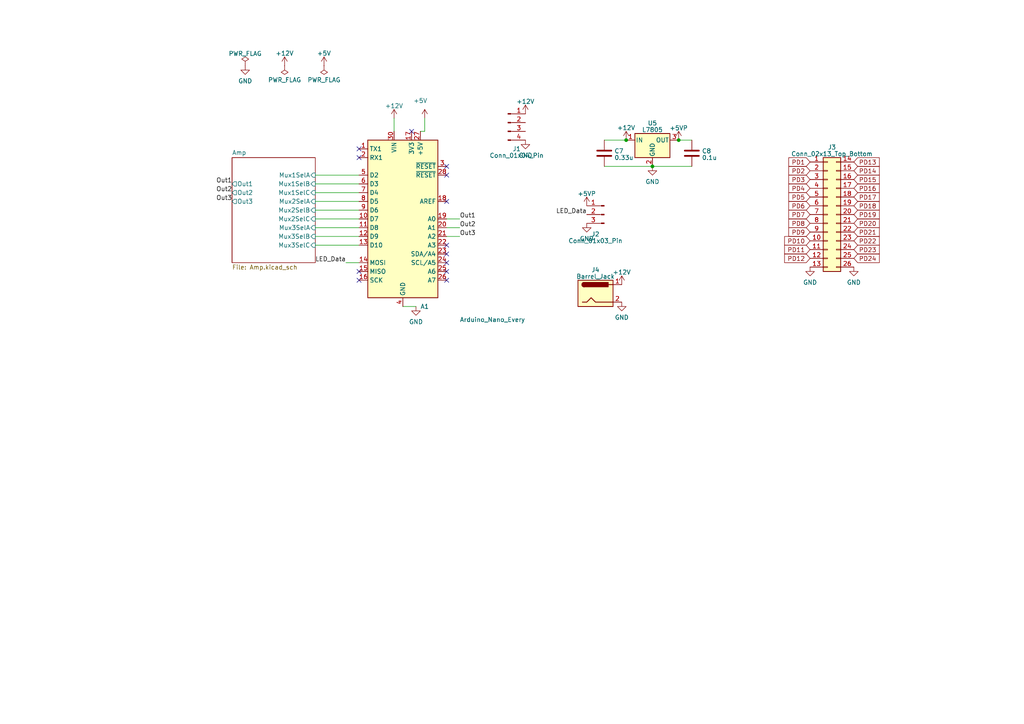
<source format=kicad_sch>
(kicad_sch (version 20230121) (generator eeschema)
  (paper "A4")
  (lib_symbols
    (symbol "Connector:Barrel_Jack" (pin_names (offset 1.016))
      (property "Reference" "J" (at 0 5.334 0))
      (property "Value" "Barrel_Jack" (at 0 -5.08 0))
      (symbol "Barrel_Jack_0_1"
        (rectangle (start -5.08 3.81) (end 5.08 -3.81) (stroke (width 0.254)) (fill (type background)))
        (arc (start -3.302 3.175) (mid -3.9343 2.54) (end -3.302 1.905) (stroke (width 0.254)))
        (arc (start -3.302 3.175) (mid -3.9343 2.54) (end -3.302 1.905) (stroke (width 0.254)) (fill (type outline)))
        (polyline (pts (xy 5.08 2.54) (xy 3.81 2.54)) (stroke (width 0.254)))
        (polyline (pts (xy -3.81 -2.54) (xy -2.54 -2.54) (xy -1.27 -1.27) (xy 0 -2.54) (xy 2.54 -2.54) (xy 5.08 -2.54)) (stroke (width 0.254)))
        (rectangle (start 3.683 3.175) (end -3.302 1.905) (stroke (width 0.254)) (fill (type outline)))
      )
      (symbol "Barrel_Jack_1_1"
        (pin passive line (at 7.62 2.54 180) (length 2.54) (name "~") (number "1"))
        (pin passive line (at 7.62 -2.54 180) (length 2.54) (name "~") (number "2"))
      )
    )
    (symbol "Connector:Conn_01x03_Pin" (pin_names (offset 1.016) hide)
      (property "Reference" "J" (at 0 5.08 0))
      (property "Value" "Conn_01x03_Pin" (at 0 -5.08 0))
      (symbol "Conn_01x03_Pin_1_1"
        (polyline (pts (xy 1.27 -2.54) (xy 0.8636 -2.54)) (stroke (width 0.1524)))
        (polyline (pts (xy 1.27 0) (xy 0.8636 0)) (stroke (width 0.1524)))
        (polyline (pts (xy 1.27 2.54) (xy 0.8636 2.54)) (stroke (width 0.1524)))
        (rectangle (start 0.8636 -2.413) (end 0 -2.667) (stroke (width 0.1524)) (fill (type outline)))
        (rectangle (start 0.8636 0.127) (end 0 -0.127) (stroke (width 0.1524)) (fill (type outline)))
        (rectangle (start 0.8636 2.667) (end 0 2.413) (stroke (width 0.1524)) (fill (type outline)))
        (pin passive line (at 5.08 2.54 180) (length 3.81) (name "Pin_1") (number "1"))
        (pin passive line (at 5.08 0 180) (length 3.81) (name "Pin_2") (number "2"))
        (pin passive line (at 5.08 -2.54 180) (length 3.81) (name "Pin_3") (number "3"))
      )
    )
    (symbol "Connector:Conn_01x04_Pin" (pin_names (offset 1.016) hide)
      (property "Reference" "J" (at 0 5.08 0))
      (property "Value" "Conn_01x04_Pin" (at 0 -7.62 0))
      (symbol "Conn_01x04_Pin_1_1"
        (polyline (pts (xy 1.27 -5.08) (xy 0.8636 -5.08)) (stroke (width 0.1524)))
        (polyline (pts (xy 1.27 -2.54) (xy 0.8636 -2.54)) (stroke (width 0.1524)))
        (polyline (pts (xy 1.27 0) (xy 0.8636 0)) (stroke (width 0.1524)))
        (polyline (pts (xy 1.27 2.54) (xy 0.8636 2.54)) (stroke (width 0.1524)))
        (rectangle (start 0.8636 -4.953) (end 0 -5.207) (stroke (width 0.1524)) (fill (type outline)))
        (rectangle (start 0.8636 -2.413) (end 0 -2.667) (stroke (width 0.1524)) (fill (type outline)))
        (rectangle (start 0.8636 0.127) (end 0 -0.127) (stroke (width 0.1524)) (fill (type outline)))
        (rectangle (start 0.8636 2.667) (end 0 2.413) (stroke (width 0.1524)) (fill (type outline)))
        (pin passive line (at 5.08 2.54 180) (length 3.81) (name "Pin_1") (number "1"))
        (pin passive line (at 5.08 0 180) (length 3.81) (name "Pin_2") (number "2"))
        (pin passive line (at 5.08 -2.54 180) (length 3.81) (name "Pin_3") (number "3"))
        (pin passive line (at 5.08 -5.08 180) (length 3.81) (name "Pin_4") (number "4"))
      )
    )
    (symbol "Connector_Generic:Conn_02x13_Top_Bottom" (pin_names (offset 1.016) hide)
      (property "Reference" "J" (at 1.27 17.78 0))
      (property "Value" "Conn_02x13_Top_Bottom" (at 1.27 -17.78 0))
      (symbol "Conn_02x13_Top_Bottom_1_1"
        (rectangle (start -1.27 -15.113) (end 0 -15.367) (stroke (width 0.1524)))
        (rectangle (start -1.27 -12.573) (end 0 -12.827) (stroke (width 0.1524)))
        (rectangle (start -1.27 -10.033) (end 0 -10.287) (stroke (width 0.1524)))
        (rectangle (start -1.27 -7.493) (end 0 -7.747) (stroke (width 0.1524)))
        (rectangle (start -1.27 -4.953) (end 0 -5.207) (stroke (width 0.1524)))
        (rectangle (start -1.27 -2.413) (end 0 -2.667) (stroke (width 0.1524)))
        (rectangle (start -1.27 0.127) (end 0 -0.127) (stroke (width 0.1524)))
        (rectangle (start -1.27 2.667) (end 0 2.413) (stroke (width 0.1524)))
        (rectangle (start -1.27 5.207) (end 0 4.953) (stroke (width 0.1524)))
        (rectangle (start -1.27 7.747) (end 0 7.493) (stroke (width 0.1524)))
        (rectangle (start -1.27 10.287) (end 0 10.033) (stroke (width 0.1524)))
        (rectangle (start -1.27 12.827) (end 0 12.573) (stroke (width 0.1524)))
        (rectangle (start -1.27 15.367) (end 0 15.113) (stroke (width 0.1524)))
        (rectangle (start -1.27 16.51) (end 3.81 -16.51) (stroke (width 0.254)) (fill (type background)))
        (rectangle (start 3.81 -15.113) (end 2.54 -15.367) (stroke (width 0.1524)))
        (rectangle (start 3.81 -12.573) (end 2.54 -12.827) (stroke (width 0.1524)))
        (rectangle (start 3.81 -10.033) (end 2.54 -10.287) (stroke (width 0.1524)))
        (rectangle (start 3.81 -7.493) (end 2.54 -7.747) (stroke (width 0.1524)))
        (rectangle (start 3.81 -4.953) (end 2.54 -5.207) (stroke (width 0.1524)))
        (rectangle (start 3.81 -2.413) (end 2.54 -2.667) (stroke (width 0.1524)))
        (rectangle (start 3.81 0.127) (end 2.54 -0.127) (stroke (width 0.1524)))
        (rectangle (start 3.81 2.667) (end 2.54 2.413) (stroke (width 0.1524)))
        (rectangle (start 3.81 5.207) (end 2.54 4.953) (stroke (width 0.1524)))
        (rectangle (start 3.81 7.747) (end 2.54 7.493) (stroke (width 0.1524)))
        (rectangle (start 3.81 10.287) (end 2.54 10.033) (stroke (width 0.1524)))
        (rectangle (start 3.81 12.827) (end 2.54 12.573) (stroke (width 0.1524)))
        (rectangle (start 3.81 15.367) (end 2.54 15.113) (stroke (width 0.1524)))
        (pin passive line (at -5.08 15.24 0) (length 3.81) (name "Pin_1") (number "1"))
        (pin passive line (at -5.08 -7.62 0) (length 3.81) (name "Pin_10") (number "10"))
        (pin passive line (at -5.08 -10.16 0) (length 3.81) (name "Pin_11") (number "11"))
        (pin passive line (at -5.08 -12.7 0) (length 3.81) (name "Pin_12") (number "12"))
        (pin passive line (at -5.08 -15.24 0) (length 3.81) (name "Pin_13") (number "13"))
        (pin passive line (at 7.62 15.24 180) (length 3.81) (name "Pin_14") (number "14"))
        (pin passive line (at 7.62 12.7 180) (length 3.81) (name "Pin_15") (number "15"))
        (pin passive line (at 7.62 10.16 180) (length 3.81) (name "Pin_16") (number "16"))
        (pin passive line (at 7.62 7.62 180) (length 3.81) (name "Pin_17") (number "17"))
        (pin passive line (at 7.62 5.08 180) (length 3.81) (name "Pin_18") (number "18"))
        (pin passive line (at 7.62 2.54 180) (length 3.81) (name "Pin_19") (number "19"))
        (pin passive line (at -5.08 12.7 0) (length 3.81) (name "Pin_2") (number "2"))
        (pin passive line (at 7.62 0 180) (length 3.81) (name "Pin_20") (number "20"))
        (pin passive line (at 7.62 -2.54 180) (length 3.81) (name "Pin_21") (number "21"))
        (pin passive line (at 7.62 -5.08 180) (length 3.81) (name "Pin_22") (number "22"))
        (pin passive line (at 7.62 -7.62 180) (length 3.81) (name "Pin_23") (number "23"))
        (pin passive line (at 7.62 -10.16 180) (length 3.81) (name "Pin_24") (number "24"))
        (pin passive line (at 7.62 -12.7 180) (length 3.81) (name "Pin_25") (number "25"))
        (pin passive line (at 7.62 -15.24 180) (length 3.81) (name "Pin_26") (number "26"))
        (pin passive line (at -5.08 10.16 0) (length 3.81) (name "Pin_3") (number "3"))
        (pin passive line (at -5.08 7.62 0) (length 3.81) (name "Pin_4") (number "4"))
        (pin passive line (at -5.08 5.08 0) (length 3.81) (name "Pin_5") (number "5"))
        (pin passive line (at -5.08 2.54 0) (length 3.81) (name "Pin_6") (number "6"))
        (pin passive line (at -5.08 0 0) (length 3.81) (name "Pin_7") (number "7"))
        (pin passive line (at -5.08 -2.54 0) (length 3.81) (name "Pin_8") (number "8"))
        (pin passive line (at -5.08 -5.08 0) (length 3.81) (name "Pin_9") (number "9"))
      )
    )
    (symbol "Device:C" (pin_numbers hide) (pin_names (offset 0.254))
      (property "Reference" "C" (at 0.635 2.54 0))
      (property "Value" "C" (at 0.635 -2.54 0))
      (symbol "C_0_1"
        (polyline (pts (xy -2.032 -0.762) (xy 2.032 -0.762)) (stroke (width 0.508)))
        (polyline (pts (xy -2.032 0.762) (xy 2.032 0.762)) (stroke (width 0.508)))
      )
      (symbol "C_1_1"
        (pin passive line (at 0 3.81 270) (length 2.794) (name "~") (number "1"))
        (pin passive line (at 0 -3.81 90) (length 2.794) (name "~") (number "2"))
      )
    )
    (symbol "MCU_Module:Arduino_Nano_Every"
      (property "Reference" "A" (at -10.16 23.495 0))
      (property "Value" "Arduino_Nano_Every" (at 5.08 -24.13 0))
      (symbol "Arduino_Nano_Every_0_1"
        (rectangle (start -10.16 22.86) (end 10.16 -22.86) (stroke (width 0.254)) (fill (type background)))
      )
      (symbol "Arduino_Nano_Every_1_1"
        (pin bidirectional line (at -12.7 20.32 0) (length 2.54) (name "TX1") (number "1"))
        (pin bidirectional line (at -12.7 0 0) (length 2.54) (name "D7") (number "10"))
        (pin bidirectional line (at -12.7 -2.54 0) (length 2.54) (name "D8") (number "11"))
        (pin bidirectional line (at -12.7 -5.08 0) (length 2.54) (name "D9") (number "12"))
        (pin bidirectional line (at -12.7 -7.62 0) (length 2.54) (name "D10") (number "13"))
        (pin bidirectional line (at -12.7 -12.7 0) (length 2.54) (name "MOSI") (number "14"))
        (pin bidirectional line (at -12.7 -15.24 0) (length 2.54) (name "MISO") (number "15"))
        (pin bidirectional line (at -12.7 -17.78 0) (length 2.54) (name "SCK") (number "16"))
        (pin power_out line (at 2.54 25.4 270) (length 2.54) (name "3V3") (number "17"))
        (pin input line (at 12.7 5.08 180) (length 2.54) (name "AREF") (number "18"))
        (pin bidirectional line (at 12.7 0 180) (length 2.54) (name "A0") (number "19"))
        (pin bidirectional line (at -12.7 17.78 0) (length 2.54) (name "RX1") (number "2"))
        (pin bidirectional line (at 12.7 -2.54 180) (length 2.54) (name "A1") (number "20"))
        (pin bidirectional line (at 12.7 -5.08 180) (length 2.54) (name "A2") (number "21"))
        (pin bidirectional line (at 12.7 -7.62 180) (length 2.54) (name "A3") (number "22"))
        (pin bidirectional line (at 12.7 -10.16 180) (length 2.54) (name "SDA/A4") (number "23"))
        (pin bidirectional line (at 12.7 -12.7 180) (length 2.54) (name "SCL/A5") (number "24"))
        (pin bidirectional line (at 12.7 -15.24 180) (length 2.54) (name "A6") (number "25"))
        (pin bidirectional line (at 12.7 -17.78 180) (length 2.54) (name "A7") (number "26"))
        (pin power_out line (at 5.08 25.4 270) (length 2.54) (name "+5V") (number "27"))
        (pin input line (at 12.7 12.7 180) (length 2.54) (name "~{RESET}") (number "28"))
        (pin passive line (at 0 -25.4 90) (length 2.54) hide (name "GND") (number "29"))
        (pin input line (at 12.7 15.24 180) (length 2.54) (name "~{RESET}") (number "3"))
        (pin power_in line (at -2.54 25.4 270) (length 2.54) (name "VIN") (number "30"))
        (pin power_in line (at 0 -25.4 90) (length 2.54) (name "GND") (number "4"))
        (pin bidirectional line (at -12.7 12.7 0) (length 2.54) (name "D2") (number "5"))
        (pin bidirectional line (at -12.7 10.16 0) (length 2.54) (name "D3") (number "6"))
        (pin bidirectional line (at -12.7 7.62 0) (length 2.54) (name "D4") (number "7"))
        (pin bidirectional line (at -12.7 5.08 0) (length 2.54) (name "D5") (number "8"))
        (pin bidirectional line (at -12.7 2.54 0) (length 2.54) (name "D6") (number "9"))
      )
    )
    (symbol "Regulator_Linear:L7805" (pin_names (offset 0.254))
      (property "Reference" "U" (at -3.81 3.175 0))
      (property "Value" "L7805" (at 0 3.175 0))
      (symbol "L7805_0_1"
        (rectangle (start -5.08 1.905) (end 5.08 -5.08) (stroke (width 0.254)) (fill (type background)))
      )
      (symbol "L7805_1_1"
        (pin power_in line (at -7.62 0 0) (length 2.54) (name "IN") (number "1"))
        (pin power_in line (at 0 -7.62 90) (length 2.54) (name "GND") (number "2"))
        (pin power_out line (at 7.62 0 180) (length 2.54) (name "OUT") (number "3"))
      )
    )
    (symbol "power:+12V" (power) (pin_names (offset 0))
      (property "Value" "+12V" (at 0 3.556 0))
      (symbol "+12V_0_1"
        (polyline (pts (xy -0.762 1.27) (xy 0 2.54)))
        (polyline (pts (xy 0 0) (xy 0 2.54)))
        (polyline (pts (xy 0 2.54) (xy 0.762 1.27)))
      )
      (symbol "+12V_1_1"
        (pin power_in line (at 0 0 90) (length 0) hide (name "+12V") (number "1"))
      )
    )
    (symbol "power:+5V" (power) (pin_names (offset 0))
      (property "Value" "+5V" (at 0 3.556 0))
      (symbol "+5V_0_1"
        (polyline (pts (xy -0.762 1.27) (xy 0 2.54)))
        (polyline (pts (xy 0 0) (xy 0 2.54)))
        (polyline (pts (xy 0 2.54) (xy 0.762 1.27)))
      )
      (symbol "+5V_1_1"
        (pin power_in line (at 0 0 90) (length 0) hide (name "+5V") (number "1"))
      )
    )
    (symbol "power:+5VP" (power) (pin_names (offset 0))
      (property "Value" "+5VP" (at 0 3.556 0))
      (symbol "+5VP_0_1"
        (polyline (pts (xy -0.762 1.27) (xy 0 2.54)))
        (polyline (pts (xy 0 0) (xy 0 2.54)))
        (polyline (pts (xy 0 2.54) (xy 0.762 1.27)))
      )
      (symbol "+5VP_1_1"
        (pin power_in line (at 0 0 90) (length 0) hide (name "+5VP") (number "1"))
      )
    )
    (symbol "power:GND" (power) (pin_names (offset 0))
      (property "Value" "GND" (at 0 -3.81 0))
      (symbol "GND_0_1"
        (polyline (pts (xy 0 0) (xy 0 -1.27) (xy 1.27 -1.27) (xy 0 -2.54) (xy -1.27 -1.27) (xy 0 -1.27)))
      )
      (symbol "GND_1_1"
        (pin power_in line (at 0 0 270) (length 0) hide (name "GND") (number "1"))
      )
    )
    (symbol "power:PWR_FLAG" (power) (pin_numbers hide) (pin_names (offset 0) hide)
      (property "Value" "PWR_FLAG" (at 0 3.81 0))
      (symbol "PWR_FLAG_0_0"
        (pin power_out line (at 0 0 90) (length 0) (name "pwr") (number "1"))
      )
      (symbol "PWR_FLAG_0_1"
        (polyline (pts (xy 0 0) (xy 0 1.27) (xy -1.016 1.905) (xy 0 2.54) (xy 1.016 1.905) (xy 0 1.27)))
      )
    )
  )
  (junction (at 181.61 40.64))
  (junction (at 189.23 48.26))
  (junction (at 196.85 40.64))
  (no_connect (at 104.14 78.74))
  (no_connect (at 104.14 81.28))
  (no_connect (at 119.38 38.1))
  (no_connect (at 129.54 48.26))
  (no_connect (at 129.54 50.8))
  (no_connect (at 129.54 58.42))
  (no_connect (at 129.54 78.74))
  (no_connect (at 129.54 81.28))
  (no_connect (at 129.54 71.12))
  (no_connect (at 129.54 73.66))
  (no_connect (at 129.54 76.2))
  (no_connect (at 104.14 45.72))
  (no_connect (at 104.14 43.18))
  (wire (pts (xy 91.44 53.34) (xy 104.14 53.34)))
  (wire (pts (xy 123.19 38.1) (xy 121.92 38.1)))
  (wire (pts (xy 91.44 50.8) (xy 104.14 50.8)))
  (wire (pts (xy 175.26 48.26) (xy 189.23 48.26)))
  (wire (pts (xy 129.54 63.5) (xy 133.35 63.5)))
  (wire (pts (xy 91.44 66.04) (xy 104.14 66.04)))
  (wire (pts (xy 91.44 71.12) (xy 104.14 71.12)))
  (wire (pts (xy 91.44 63.5) (xy 104.14 63.5)))
  (wire (pts (xy 114.3 34.29) (xy 114.3 38.1)))
  (wire (pts (xy 91.44 68.58) (xy 104.14 68.58)))
  (wire (pts (xy 196.85 40.64) (xy 200.66 40.64)))
  (wire (pts (xy 116.84 88.9) (xy 120.65 88.9)))
  (wire (pts (xy 123.19 34.29) (xy 123.19 38.1)))
  (wire (pts (xy 129.54 68.58) (xy 133.35 68.58)))
  (wire (pts (xy 100.33 76.2) (xy 104.14 76.2)))
  (wire (pts (xy 91.44 58.42) (xy 104.14 58.42)))
  (wire (pts (xy 91.44 55.88) (xy 104.14 55.88)))
  (wire (pts (xy 175.26 40.64) (xy 181.61 40.64)))
  (wire (pts (xy 189.23 48.26) (xy 200.66 48.26)))
  (wire (pts (xy 91.44 60.96) (xy 104.14 60.96)))
  (wire (pts (xy 129.54 66.04) (xy 133.35 66.04)))
  (label "LED_Data" (at 100.33 76.2 180))
  (label "Out2" (at 67.31 55.88 180))
  (label "Out3" (at 133.35 68.58 0))
  (label "Out1" (at 133.35 63.5 0))
  (label "Out1" (at 67.31 53.34 180))
  (label "Out2" (at 133.35 66.04 0))
  (label "LED_Data" (at 170.18 62.23 180))
  (label "Out3" (at 67.31 58.42 180))
  (global_label "PD14" (shape input) (at 247.65 49.53 0) (property "Intersheetrefs" "${INTERSHEET_REFS}" (effects hide)))
  (global_label "PD9" (shape input) (at 234.95 67.31 180) (property "Intersheetrefs" "${INTERSHEET_REFS}" (effects hide)))
  (global_label "PD3" (shape input) (at 234.95 52.07 180) (property "Intersheetrefs" "${INTERSHEET_REFS}" (effects hide)))
  (global_label "PD17" (shape input) (at 247.65 57.15 0) (property "Intersheetrefs" "${INTERSHEET_REFS}" (effects hide)))
  (global_label "PD4" (shape input) (at 234.95 54.61 180) (property "Intersheetrefs" "${INTERSHEET_REFS}" (effects hide)))
  (global_label "PD19" (shape input) (at 247.65 62.23 0) (property "Intersheetrefs" "${INTERSHEET_REFS}" (effects hide)))
  (global_label "PD11" (shape input) (at 234.95 72.39 180) (property "Intersheetrefs" "${INTERSHEET_REFS}" (effects hide)))
  (global_label "PD23" (shape input) (at 247.65 72.39 0) (property "Intersheetrefs" "${INTERSHEET_REFS}" (effects hide)))
  (global_label "PD7" (shape input) (at 234.95 62.23 180) (property "Intersheetrefs" "${INTERSHEET_REFS}" (effects hide)))
  (global_label "PD18" (shape input) (at 247.65 59.69 0) (property "Intersheetrefs" "${INTERSHEET_REFS}" (effects hide)))
  (global_label "PD24" (shape input) (at 247.65 74.93 0) (property "Intersheetrefs" "${INTERSHEET_REFS}" (effects hide)))
  (global_label "PD13" (shape input) (at 247.65 46.99 0) (property "Intersheetrefs" "${INTERSHEET_REFS}" (effects hide)))
  (global_label "PD2" (shape input) (at 234.95 49.53 180) (property "Intersheetrefs" "${INTERSHEET_REFS}" (effects hide)))
  (global_label "PD1" (shape input) (at 234.95 46.99 180) (property "Intersheetrefs" "${INTERSHEET_REFS}" (effects hide)))
  (global_label "PD12" (shape input) (at 234.95 74.93 180) (property "Intersheetrefs" "${INTERSHEET_REFS}" (effects hide)))
  (global_label "PD15" (shape input) (at 247.65 52.07 0) (property "Intersheetrefs" "${INTERSHEET_REFS}" (effects hide)))
  (global_label "PD5" (shape input) (at 234.95 57.15 180) (property "Intersheetrefs" "${INTERSHEET_REFS}" (effects hide)))
  (global_label "PD6" (shape input) (at 234.95 59.69 180) (property "Intersheetrefs" "${INTERSHEET_REFS}" (effects hide)))
  (global_label "PD10" (shape input) (at 234.95 69.85 180) (property "Intersheetrefs" "${INTERSHEET_REFS}" (effects hide)))
  (global_label "PD16" (shape input) (at 247.65 54.61 0) (property "Intersheetrefs" "${INTERSHEET_REFS}" (effects hide)))
  (global_label "PD22" (shape input) (at 247.65 69.85 0) (property "Intersheetrefs" "${INTERSHEET_REFS}" (effects hide)))
  (global_label "PD20" (shape input) (at 247.65 64.77 0) (property "Intersheetrefs" "${INTERSHEET_REFS}" (effects hide)))
  (global_label "PD21" (shape input) (at 247.65 67.31 0) (property "Intersheetrefs" "${INTERSHEET_REFS}" (effects hide)))
  (global_label "PD8" (shape input) (at 234.95 64.77 180) (property "Intersheetrefs" "${INTERSHEET_REFS}" (effects hide)))
  (symbol (lib_id "power:GND") (at 180.34 87.63 0) (unit 1)
    (property "Reference" "#PWR023" (effects hide))
    (property "Value" "GND" (at 180.34 92.0734 0))
  )
  (symbol (lib_id "power:GND") (at 189.23 48.26 0) (unit 1)
    (property "Reference" "#PWR036" (effects hide))
    (property "Value" "GND" (at 189.23 52.7034 0))
  )
  (symbol (lib_id "power:+5VP") (at 196.85 40.64 0) (unit 1)
    (property "Reference" "#PWR037" (effects hide))
    (property "Value" "+5VP" (at 196.85 37.1381 0))
  )
  (symbol (lib_id "power:+12V") (at 82.55 19.05 0) (unit 1)
    (property "Reference" "#PWR02" (effects hide))
    (property "Value" "+12V" (at 82.55 15.4742 0))
  )
  (symbol (lib_id "Regulator_Linear:L7805") (at 189.23 40.64 0) (unit 1)
    (property "Reference" "U5" (at 189.23 35.7251 0))
    (property "Value" "L7805" (at 189.23 37.6461 0))
    (property "Footprint" "Package_TO_SOT_THT:TO-220-3_Horizontal_TabDown" (effects hide))
    (property "Datasheet" "http://www.st.com/content/ccc/resource/technical/document/datasheet/41/4f/b3/b0/12/d4/47/88/CD00000444.pdf/files/CD00000444.pdf/jcr:content/translations/en.CD00000444.pdf" (effects hide))
  )
  (symbol (lib_id "power:GND") (at 247.65 77.47 0) (unit 1)
    (property "Reference" "#PWR039" (effects hide))
    (property "Value" "GND" (at 247.65 81.9134 0))
  )
  (symbol (lib_id "power:+5VP") (at 170.18 59.69 0) (unit 1)
    (property "Reference" "#PWR031" (effects hide))
    (property "Value" "+5VP" (at 170.18 56.1881 0))
  )
  (symbol (lib_id "Device:C") (at 200.66 44.45 0) (unit 1)
    (property "Reference" "C8" (at 203.581 43.8063 0) (effects (justify left)))
    (property "Value" "0.1u" (at 203.581 45.7273 0) (effects (justify left)))
    (property "Footprint" "Capacitor_THT:C_Disc_D5.1mm_W3.2mm_P5.00mm" (effects hide))
  )
  (symbol (lib_id "power:GND") (at 120.65 88.9 0) (unit 1)
    (property "Reference" "#PWR05" (effects hide))
    (property "Value" "GND" (at 120.65 93.3434 0))
  )
  (symbol (lib_id "Connector:Conn_01x04_Pin") (at 147.32 35.56 0) (unit 1)
    (property "Reference" "J1" (at 149.86 43.18 0))
    (property "Value" "Conn_01x04_Pin" (at 149.86 45.101 0))
    (property "Footprint" "Connector_PinHeader_2.54mm:PinHeader_1x04_P2.54mm_Vertical" (effects hide))
  )
  (symbol (lib_id "Connector:Conn_01x03_Pin") (at 175.26 62.23 0) (mirror y) (unit 1)
    (property "Reference" "J2" (at 172.72 67.929 0))
    (property "Value" "Conn_01x03_Pin" (at 172.72 69.85 0))
    (property "Footprint" "Connector_PinHeader_2.54mm:PinHeader_1x03_P2.54mm_Vertical" (effects hide))
  )
  (symbol (lib_id "MCU_Module:Arduino_Nano_Every") (at 116.84 63.5 0) (unit 1)
    (property "Reference" "A1" (at 121.92 88.9 0) (effects (justify left)))
    (property "Value" "Arduino_Nano_Every" (at 133.35 92.71 0) (effects (justify left)))
    (property "Footprint" "Module:Arduino_Nano" (effects hide))
    (property "Datasheet" "https://content.arduino.cc/assets/NANOEveryV3.0_sch.pdf" (effects hide))
  )
  (symbol (lib_id "power:+12V") (at 180.34 82.55 0) (unit 1)
    (property "Reference" "#PWR022" (effects hide))
    (property "Value" "+12V" (at 180.34 78.9742 0))
  )
  (symbol (lib_id "power:PWR_FLAG") (at 82.55 19.05 180) (unit 1)
    (property "Reference" "#FLG02" (effects hide))
    (property "Value" "PWR_FLAG" (at 82.55 23.1855 0))
  )
  (symbol (lib_id "power:PWR_FLAG") (at 93.98 19.05 180) (unit 1)
    (property "Reference" "#FLG03" (effects hide))
    (property "Value" "PWR_FLAG" (at 93.98 23.1855 0))
  )
  (symbol (lib_id "power:+5V") (at 93.98 19.05 0) (unit 1)
    (property "Reference" "#PWR03" (effects hide))
    (property "Value" "+5V" (at 93.98 15.4742 0))
  )
  (symbol (lib_id "Connector_Generic:Conn_02x13_Top_Bottom") (at 240.03 62.23 0) (unit 1)
    (property "Reference" "J3" (at 241.3 42.7101 0))
    (property "Value" "Conn_02x13_Top_Bottom" (at 241.3 44.6311 0))
    (property "Footprint" "Connector_PinHeader_2.54mm:PinHeader_2x13_P2.54mm_Vertical" (effects hide))
  )
  (symbol (lib_id "power:GND") (at 71.12 19.05 0) (unit 1)
    (property "Reference" "#PWR01" (effects hide))
    (property "Value" "GND" (at 71.12 23.4934 0))
  )
  (symbol (lib_id "power:+12V") (at 152.4 33.02 0) (unit 1)
    (property "Reference" "#PWR032" (effects hide))
    (property "Value" "+12V" (at 152.4 29.4442 0))
  )
  (symbol (lib_id "power:+12V") (at 181.61 40.64 0) (unit 1)
    (property "Reference" "#PWR035" (effects hide))
    (property "Value" "+12V" (at 181.61 37.0642 0))
  )
  (symbol (lib_id "power:GND") (at 170.18 64.77 0) (unit 1)
    (property "Reference" "#PWR034" (effects hide))
    (property "Value" "GND" (at 170.18 69.2134 0))
  )
  (symbol (lib_id "power:GND") (at 152.4 40.64 0) (unit 1)
    (property "Reference" "#PWR033" (effects hide))
    (property "Value" "GND" (at 152.4 45.0834 0))
  )
  (symbol (lib_id "power:+5V") (at 123.19 34.29 0) (unit 1)
    (property "Reference" "#PWR06" (effects hide))
    (property "Value" "+5V" (at 121.92 29.21 0))
  )
  (symbol (lib_id "power:GND") (at 234.95 77.47 0) (unit 1)
    (property "Reference" "#PWR038" (effects hide))
    (property "Value" "GND" (at 234.95 81.9134 0))
  )
  (symbol (lib_id "power:PWR_FLAG") (at 71.12 19.05 0) (unit 1)
    (property "Reference" "#FLG01" (effects hide))
    (property "Value" "PWR_FLAG" (at 71.12 15.5481 0))
  )
  (symbol (lib_id "Connector:Barrel_Jack") (at 172.72 85.09 0) (unit 1)
    (property "Reference" "J4" (at 172.72 78.2701 0))
    (property "Value" "Barrel_Jack" (at 172.72 80.1911 0))
  )
  (symbol (lib_id "Device:C") (at 175.26 44.45 0) (unit 1)
    (property "Reference" "C7" (at 178.181 43.8063 0) (effects (justify left)))
    (property "Value" "0.33u" (at 178.181 45.7273 0) (effects (justify left)))
    (property "Footprint" "Capacitor_THT:C_Disc_D5.1mm_W3.2mm_P5.00mm" (effects hide))
  )
  (symbol (lib_id "power:+12V") (at 114.3 34.29 0) (unit 1)
    (property "Reference" "#PWR04" (effects hide))
    (property "Value" "+12V" (at 114.3 30.7142 0))
  )
  (sheet (at 67.31 45.72) (size 24.13 30.48) (stroke (width 0.1524))
    (property "Sheetname" "Amp" (at 67.31 45.0084 0) (effects (justify left bottom)))
    (property "Sheetfile" "Amp.kicad_sch" (at 67.31 76.7846 0) (effects (justify left top)))
    (pin "Out2" output (at 67.31 55.88 180))
    (pin "Mux3SelB" input (at 91.44 68.58 0))
    (pin "Mux3SelA" input (at 91.44 66.04 0))
    (pin "Mux3SelC" input (at 91.44 71.12 0))
    (pin "Out3" output (at 67.31 58.42 180))
    (pin "Mux2SelB" input (at 91.44 60.96 0))
    (pin "Mux2SelA" input (at 91.44 58.42 0))
    (pin "Mux2SelC" input (at 91.44 63.5 0))
    (pin "Out1" output (at 67.31 53.34 180))
    (pin "Mux1SelA" input (at 91.44 50.8 0))
    (pin "Mux1SelB" input (at 91.44 53.34 0))
    (pin "Mux1SelC" input (at 91.44 55.88 0))
  )
)
</source>
